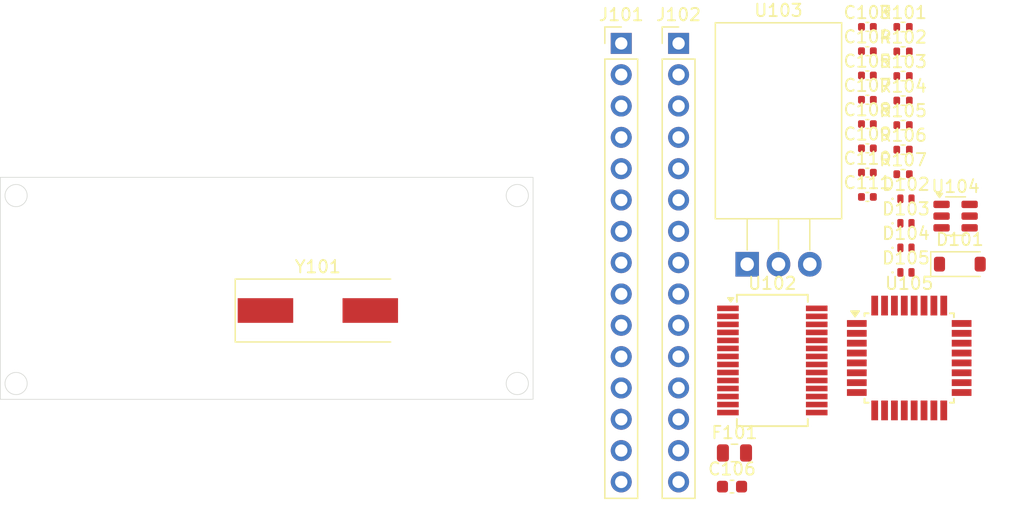
<source format=kicad_pcb>
(kicad_pcb (version 20240108) (generator "pcbnew") (generator_version "8.0")
  (layers (0 "F.Cu" signal) (1 "In1.Cu" signal) (2 "In2.Cu" signal) (31 "B.Cu" signal) (34 "B.Paste" user) (35 "F.Paste" user) (36 "B.SilkS" user "B.Silkscreen") (37 "F.SilkS" user "F.Silkscreen") (38 "B.Mask" user) (39 "F.Mask" user) (44 "Edge.Cuts" user))
  (net 0 "")
  (net 1 "Net-(U105-XTAL2{slash}PB7)")
  (net 2 "GND")
  (net 3 "Net-(U105-XTAL1{slash}PB6)")
  (net 4 "/AREF")
  (net 5 "+5V")
  (net 6 "/RESET")
  (net 7 "Net-(U102-DTR)")
  (net 8 "+3V3")
  (net 9 "VBUS")
  (net 10 "Net-(D102-A)")
  (net 11 "Net-(D103-A)")
  (net 12 "Net-(D104-K)")
  (net 13 "Net-(D104-A)")
  (net 14 "Net-(D105-A)")
  (net 15 "Net-(D105-K)")
  (net 16 "/USB_VBUS")
  (net 17 "/A3")
  (net 18 "/D13_SCK")
  (net 19 "/A6")
  (net 20 "/A1")
  (net 21 "/A7")
  (net 22 "/A0")
  (net 23 "/A2")
  (net 24 "Vin")
  (net 25 "/A4")
  (net 26 "/A5")
  (net 27 "/D8")
  (net 28 "/D1_TX")
  (net 29 "/D6")
  (net 30 "/D11_MOSI")
  (net 31 "/D4")
  (net 32 "/D2")
  (net 33 "/D0_RX")
  (net 34 "/D3")
  (net 35 "/D9")
  (net 36 "/D5")
  (net 37 "/D10")
  (net 38 "/D7")
  (net 39 "/D12_MISO")
  (net 40 "/RX")
  (net 41 "/TX")
  (net 42 "/USB_DN")
  (net 50 "/USB_DP")
  (net 56 "/USB_P_DP")
  (net 57 "/USB_P_DN")
  (net 59 "/SCL")
  (net 60 "/SDA")
  (footprint "Diode_SMD:D_SOD-123" (layer "F.Cu") (at 204.555 86.49)
    (property "Reference" "D101" (at 0 -2 0) (layer "F.SilkS"))
    (property "Value" "Shottkey")
    (fp_line (start -2.36 -1) (end -2.36 1) (stroke (width 0.12)) (layer "F.SilkS"))
    (fp_line (start -2.36 -1) (end 1.65 -1) (stroke (width 0.12)) (layer "F.SilkS"))
    (fp_line (start -2.36 1) (end 1.65 1) (stroke (width 0.12)) (layer "F.SilkS"))
    (pad "1" smd roundrect (at -1.65 0) (size 0.9 1.2) (layers "F.Cu" "F.Paste" "F.Mask") (net 5 "+5V"))
    (pad "2" smd roundrect (at 1.65 0) (size 0.9 1.2) (layers "F.Cu" "F.Paste" "F.Mask") (net 9 "VBUS"))
  )
  (footprint "Capacitor_SMD:C_0402_1005Metric" (layer "F.Cu") (at 197.06 69.22)
    (property "Reference" "C104" (at 0 -1.16 0) (layer "F.SilkS"))
    (property "Value" "17p")
    (fp_line (start -0.107836 -0.36) (end 0.107836 -0.36) (stroke (width 0.12)) (layer "F.SilkS"))
    (fp_line (start -0.107836 0.36) (end 0.107836 0.36) (stroke (width 0.12)) (layer "F.SilkS"))
    (pad "1" smd roundrect (at -0.48 0) (size 0.56 0.62) (layers "F.Cu" "F.Paste" "F.Mask") (net 2 "GND"))
    (pad "2" smd roundrect (at 0.48 0) (size 0.56 0.62) (layers "F.Cu" "F.Paste" "F.Mask") (net 3 "Net-(U105-XTAL1{slash}PB6)"))
  )
  (footprint "Connector_PinHeader_2.54mm:PinHeader_1x15_P2.54mm_Vertical" (layer "F.Cu") (at 177.1 68.59)
    (property "Reference" "J101" (at 0 -2.33 0) (layer "F.SilkS"))
    (property "Value" "Conn_01x15_Pin")
    (fp_line (start -1.33 -1.33) (end 0 -1.33) (stroke (width 0.12)) (layer "F.SilkS"))
    (fp_line (start -1.33 0) (end -1.33 -1.33) (stroke (width 0.12)) (layer "F.SilkS"))
    (fp_line (start -1.33 1.27) (end -1.33 36.89) (stroke (width 0.12)) (layer "F.SilkS"))
    (fp_line (start -1.33 1.27) (end 1.33 1.27) (stroke (width 0.12)) (layer "F.SilkS"))
    (fp_line (start -1.33 36.89) (end 1.33 36.89) (stroke (width 0.12)) (layer "F.SilkS"))
    (fp_line (start 1.33 1.27) (end 1.33 36.89) (stroke (width 0.12)) (layer "F.SilkS"))
    (pad "1" thru_hole rect (at 0 0) (size 1.7 1.7) (drill 1) (layers "*.Cu" "*.Mask") (net 24 "Vin"))
    (pad "2" thru_hole oval (at 0 2.54) (size 1.7 1.7) (drill 1) (layers "*.Cu" "*.Mask") (net 2 "GND"))
    (pad "3" thru_hole oval (at 0 5.08) (size 1.7 1.7) (drill 1) (layers "*.Cu" "*.Mask") (net 6 "/RESET"))
    (pad "4" thru_hole oval (at 0 7.62) (size 1.7 1.7) (drill 1) (layers "*.Cu" "*.Mask") (net 5 "+5V"))
    (pad "5" thru_hole oval (at 0 10.16) (size 1.7 1.7) (drill 1) (layers "*.Cu" "*.Mask") (net 21 "/A7"))
    (pad "6" thru_hole oval (at 0 12.7) (size 1.7 1.7) (drill 1) (layers "*.Cu" "*.Mask") (net 19 "/A6"))
    (pad "7" thru_hole oval (at 0 15.24) (size 1.7 1.7) (drill 1) (layers "*.Cu" "*.Mask") (net 26 "/A5"))
    (pad "8" thru_hole oval (at 0 17.78) (size 1.7 1.7) (drill 1) (layers "*.Cu" "*.Mask") (net 25 "/A4"))
    (pad "9" thru_hole oval (at 0 20.32) (size 1.7 1.7) (drill 1) (layers "*.Cu" "*.Mask") (net 17 "/A3"))
    (pad "10" thru_hole oval (at 0 22.86) (size 1.7 1.7) (drill 1) (layers "*.Cu" "*.Mask") (net 23 "/A2"))
    (pad "11" thru_hole oval (at 0 25.4) (size 1.7 1.7) (drill 1) (layers "*.Cu" "*.Mask") (net 20 "/A1"))
    (pad "12" thru_hole oval (at 0 27.94) (size 1.7 1.7) (drill 1) (layers "*.Cu" "*.Mask") (net 22 "/A0"))
    (pad "13" thru_hole oval (at 0 30.48) (size 1.7 1.7) (drill 1) (layers "*.Cu" "*.Mask") (net 4 "/AREF"))
    (pad "14" thru_hole oval (at 0 33.02) (size 1.7 1.7) (drill 1) (layers "*.Cu" "*.Mask") (net 8 "+3V3"))
    (pad "15" thru_hole oval (at 0 35.56) (size 1.7 1.7) (drill 1) (layers "*.Cu" "*.Mask") (net 18 "/D13_SCK"))
  )
  (footprint "Crystal:Crystal_SMD_HC49-SD" (layer "F.Cu") (at 152.5 90.25)
    (property "Reference" "Y101" (at 0 -3.55 0) (layer "F.SilkS"))
    (property "Value" "Crystal")
    (fp_line (start -6.7 -2.55) (end -6.7 2.55) (stroke (width 0.12)) (layer "F.SilkS"))
    (fp_line (start -6.7 2.55) (end 5.9 2.55) (stroke (width 0.12)) (layer "F.SilkS"))
    (fp_line (start 5.9 -2.55) (end -6.7 -2.55) (stroke (width 0.12)) (layer "F.SilkS"))
    (pad "1" smd rect (at -4.25 0) (size 4.5 2) (layers "F.Cu" "F.Paste" "F.Mask") (net 3 "Net-(U105-XTAL1{slash}PB6)"))
    (pad "2" smd rect (at 4.25 0) (size 4.5 2) (layers "F.Cu" "F.Paste" "F.Mask") (net 1 "Net-(U105-XTAL2{slash}PB7)"))
  )
  (footprint "Resistor_SMD:R_0402_1005Metric" (layer "F.Cu") (at 199.95 79.2)
    (property "Reference" "R107" (at 0 -1.17 0) (layer "F.SilkS"))
    (property "Value" "1k")
    (fp_line (start -0.153641 -0.38) (end 0.153641 -0.38) (stroke (width 0.12)) (layer "F.SilkS"))
    (fp_line (start -0.153641 0.38) (end 0.153641 0.38) (stroke (width 0.12)) (layer "F.SilkS"))
    (pad "1" smd roundrect (at -0.51 0) (size 0.54 0.64) (layers "F.Cu" "F.Paste" "F.Mask") (net 28 "/D1_TX"))
    (pad "2" smd roundrect (at 0.51 0) (size 0.54 0.64) (layers "F.Cu" "F.Paste" "F.Mask") (net 41 "/TX"))
  )
  (footprint "LED_SMD:LED_0402_1005Metric_B2841UY--20" (layer "F.Cu") (at 200.185 81.19)
    (property "Reference" "D102" (at 0 -1.17 0) (layer "F.SilkS"))
    (property "Value" "YELLOW")
    (fp_circle (center -1.09 0) (end -1.04 0) (stroke (width 0.1)) (fill none) (layer "F.SilkS"))
    (pad "1" smd roundrect (at -0.45 0) (size 0.5 0.7) (layers "F.Cu" "F.Paste" "F.Mask") (net 2 "GND"))
    (pad "2" smd roundrect (at 0.45 0) (size 0.5 0.7) (layers "F.Cu" "F.Paste" "F.Mask") (net 10 "Net-(D102-A)"))
  )
  (footprint "Resistor_SMD:R_0402_1005Metric" (layer "F.Cu") (at 199.95 77.21)
    (property "Reference" "R106" (at 0 -1.17 0) (layer "F.SilkS"))
    (property "Value" "1k")
    (fp_line (start -0.153641 -0.38) (end 0.153641 -0.38) (stroke (width 0.12)) (layer "F.SilkS"))
    (fp_line (start -0.153641 0.38) (end 0.153641 0.38) (stroke (width 0.12)) (layer "F.SilkS"))
    (pad "1" smd roundrect (at -0.51 0) (size 0.54 0.64) (layers "F.Cu" "F.Paste" "F.Mask") (net 5 "+5V"))
    (pad "2" smd roundrect (at 0.51 0) (size 0.54 0.64) (layers "F.Cu" "F.Paste" "F.Mask") (net 14 "Net-(D105-A)"))
  )
  (footprint "Capacitor_SMD:C_0402_1005Metric" (layer "F.Cu") (at 197.06 71.19)
    (property "Reference" "C105" (at 0 -1.16 0) (layer "F.SilkS"))
    (property "Value" "100n")
    (fp_line (start -0.107836 -0.36) (end 0.107836 -0.36) (stroke (width 0.12)) (layer "F.SilkS"))
    (fp_line (start -0.107836 0.36) (end 0.107836 0.36) (stroke (width 0.12)) (layer "F.SilkS"))
    (pad "1" smd roundrect (at -0.48 0) (size 0.56 0.62) (layers "F.Cu" "F.Paste" "F.Mask") (net 2 "GND"))
    (pad "2" smd roundrect (at 0.48 0) (size 0.56 0.62) (layers "F.Cu" "F.Paste" "F.Mask") (net 4 "/AREF"))
  )
  (footprint "Fuse:Fuse_0805_2012Metric" (layer "F.Cu") (at 186.28 101.8)
    (property "Reference" "F101" (at 0 -1.65 0) (layer "F.SilkS"))
    (property "Value" "500mA")
    (fp_line (start -0.258578 -0.71) (end 0.258578 -0.71) (stroke (width 0.12)) (layer "F.SilkS"))
    (fp_line (start -0.258578 0.71) (end 0.258578 0.71) (stroke (width 0.12)) (layer "F.SilkS"))
    (pad "1" smd roundrect (at -0.9375 0) (size 0.975 1.4) (layers "F.Cu" "F.Paste" "F.Mask") (net 9 "VBUS"))
    (pad "2" smd roundrect (at 0.9375 0) (size 0.975 1.4) (layers "F.Cu" "F.Paste" "F.Mask") (net 16 "/USB_VBUS"))
  )
  (footprint "Resistor_SMD:R_0402_1005Metric" (layer "F.Cu") (at 199.95 71.24)
    (property "Reference" "R103" (at 0 -1.17 0) (layer "F.SilkS"))
    (property "Value" "1k")
    (fp_line (start -0.153641 -0.38) (end 0.153641 -0.38) (stroke (width 0.12)) (layer "F.SilkS"))
    (fp_line (start -0.153641 0.38) (end 0.153641 0.38) (stroke (width 0.12)) (layer "F.SilkS"))
    (pad "1" smd roundrect (at -0.51 0) (size 0.54 0.64) (layers "F.Cu" "F.Paste" "F.Mask") (net 18 "/D13_SCK"))
    (pad "2" smd roundrect (at 0.51 0) (size 0.54 0.64) (layers "F.Cu" "F.Paste" "F.Mask") (net 10 "Net-(D102-A)"))
  )
  (footprint "Package_TO_SOT_SMD:SOT-23-6" (layer "F.Cu") (at 204.21 82.595)
    (property "Reference" "U104" (at 0 -2.4 0) (layer "F.SilkS"))
    (property "Value" "USBLC6-2SC6")
    (fp_line (start 0 -1.56) (end -0.8 -1.56) (stroke (width 0.12)) (layer "F.SilkS"))
    (fp_line (start 0 -1.56) (end 0.8 -1.56) (stroke (width 0.12)) (layer "F.SilkS"))
    (fp_line (start 0 1.56) (end -0.8 1.56) (stroke (width 0.12)) (layer "F.SilkS"))
    (fp_line (start 0 1.56) (end 0.8 1.56) (stroke (width 0.12)) (layer "F.SilkS"))
    (fp_poly (pts (xy -1.3 -1.51) (xy -1.54 -1.84) (xy -1.06 -1.84) (xy -1.3 -1.51)) (stroke (width 0.12)) (fill solid) (layer "F.SilkS"))
    (pad "1" smd roundrect (at -1.1375 -0.95) (size 1.325 0.6) (layers "F.Cu" "F.Paste" "F.Mask") (net 57 "/USB_P_DN"))
    (pad "2" smd roundrect (at -1.1375 0) (size 1.325 0.6) (layers "F.Cu" "F.Paste" "F.Mask"))
    (pad "3" smd roundrect (at -1.1375 0.95) (size 1.325 0.6) (layers "F.Cu" "F.Paste" "F.Mask") (net 56 "/USB_P_DP"))
    (pad "4" smd roundrect (at 1.1375 0.95) (size 1.325 0.6) (layers "F.Cu" "F.Paste" "F.Mask") (net 50 "/USB_DP"))
    (pad "5" smd roundrect (at 1.1375 0) (size 1.325 0.6) (layers "F.Cu" "F.Paste" "F.Mask"))
    (pad "6" smd roundrect (at 1.1375 -0.95) (size 1.325 0.6) (layers "F.Cu" "F.Paste" "F.Mask") (net 42 "/USB_DN"))
  )
  (footprint "Package_TO_SOT_THT:TO-220-3_Horizontal_TabDown" (layer "F.Cu") (at 187.31 86.5)
    (property "Reference" "U103" (at 2.54 -20.58 0) (layer "F.SilkS"))
    (property "Value" "LM1117T-5.0")
    (fp_line (start -2.58 -19.58) (end -2.58 -3.69) (stroke (width 0.12)) (layer "F.SilkS"))
    (fp_line (start -2.58 -19.58) (end 7.66 -19.58) (stroke (width 0.12)) (layer "F.SilkS"))
    (fp_line (start -2.58 -3.69) (end 7.66 -3.69) (stroke (width 0.12)) (layer "F.SilkS"))
    (fp_line (start 0 -3.69) (end 0 -1.15) (stroke (width 0.12)) (layer "F.SilkS"))
    (fp_line (start 2.54 -3.69) (end 2.54 -1.15) (stroke (width 0.12)) (layer "F.SilkS"))
    (fp_line (start 5.08 -3.69) (end 5.08 -1.15) (stroke (width 0.12)) (layer "F.SilkS"))
    (fp_line (start 7.66 -19.58) (end 7.66 -3.69) (stroke (width 0.12)) (layer "F.SilkS"))
    (pad "" np_thru_hole oval (at 2.54 -16.66) (size 3.5 3.5) (drill 3.5) (layers "*.Cu" "*.Mask"))
    (pad "1" thru_hole rect (at 0 0) (size 1.905 2) (drill 1.1) (layers "*.Cu" "*.Mask") (net 2 "GND"))
    (pad "2" thru_hole oval (at 2.54 0) (size 1.905 2) (drill 1.1) (layers "*.Cu" "*.Mask") (net 5 "+5V"))
    (pad "3" thru_hole oval (at 5.08 0) (size 1.905 2) (drill 1.1) (layers "*.Cu" "*.Mask") (net 24 "Vin"))
  )
  (footprint "Resistor_SMD:R_0402_1005Metric" (layer "F.Cu") (at 199.95 73.23)
    (property "Reference" "R104" (at 0 -1.17 0) (layer "F.SilkS"))
    (property "Value" "1k")
    (fp_line (start -0.153641 -0.38) (end 0.153641 -0.38) (stroke (width 0.12)) (layer "F.SilkS"))
    (fp_line (start -0.153641 0.38) (end 0.153641 0.38) (stroke (width 0.12)) (layer "F.SilkS"))
    (pad "1" smd roundrect (at -0.51 0) (size 0.54 0.64) (layers "F.Cu" "F.Paste" "F.Mask") (net 5 "+5V"))
    (pad "2" smd roundrect (at 0.51 0) (size 0.54 0.64) (layers "F.Cu" "F.Paste" "F.Mask") (net 11 "Net-(D103-A)"))
  )
  (footprint "Package_QFP:TQFP-32_7x7mm_P0.8mm" (layer "F.Cu") (at 200.45 94.1)
    (property "Reference" "U105" (at 0 -6.05 0) (layer "F.SilkS"))
    (property "Value" "ATmega328PB-A")
    (fp_line (start -3.625 -3.625) (end -3.625 -3.4) (stroke (width 0.15)) (layer "F.SilkS"))
    (fp_line (start -3.625 -3.625) (end -3.3 -3.625) (stroke (width 0.15)) (layer "F.SilkS"))
    (fp_line (start -3.625 3.625) (end -3.625 3.3) (stroke (width 0.15)) (layer "F.SilkS"))
    (fp_line (start -3.625 3.625) (end -3.3 3.625) (stroke (width 0.15)) (layer "F.SilkS"))
    (fp_line (start 3.625 -3.625) (end 3.3 -3.625) (stroke (width 0.15)) (layer "F.SilkS"))
    (fp_line (start 3.625 -3.625) (end 3.625 -3.3) (stroke (width 0.15)) (layer "F.SilkS"))
    (fp_line (start 3.625 3.625) (end 3.3 3.625) (stroke (width 0.15)) (layer "F.SilkS"))
    (fp_line (start 3.625 3.625) (end 3.625 3.3) (stroke (width 0.15)) (layer "F.SilkS"))
    (fp_poly (pts (xy -4.39 -3.34) (xy -4.73 -3.81) (xy -4.05 -3.81) (xy -4.39 -3.34)) (stroke (width 0.12)) (fill solid) (layer "F.SilkS"))
    (pad "1" smd rect (at -4.25 -2.8) (size 1.6 0.55) (layers "F.Cu" "F.Paste" "F.Mask") (net 34 "/D3"))
    (pad "2" smd rect (at -4.25 -2) (size 1.6 0.55) (layers "F.Cu" "F.Paste" "F.Mask") (net 31 "/D4"))
    (pad "3" smd rect (at -4.25 -1.2) (size 1.6 0.55) (layers "F.Cu" "F.Paste" "F.Mask") (net 60 "/SDA"))
    (pad "4" smd rect (at -4.25 -0.4) (size 1.6 0.55) (layers "F.Cu" "F.Paste" "F.Mask") (net 5 "+5V"))
    (pad "5" smd rect (at -4.25 0.4) (size 1.6 0.55) (layers "F.Cu" "F.Paste" "F.Mask") (net 2 "GND"))
    (pad "6" smd rect (at -4.25 1.2) (size 1.6 0.55) (layers "F.Cu" "F.Paste" "F.Mask") (net 59 "/SCL"))
    (pad "7" smd rect (at -4.25 2) (size 1.6 0.55) (layers "F.Cu" "F.Paste" "F.Mask") (net 3 "Net-(U105-XTAL1{slash}PB6)"))
    (pad "8" smd rect (at -4.25 2.8) (size 1.6 0.55) (layers "F.Cu" "F.Paste" "F.Mask") (net 1 "Net-(U105-XTAL2{slash}PB7)"))
    (pad "9" smd rect (at -2.8 4.25 90) (size 1.6 0.55) (layers "F.Cu" "F.Paste" "F.Mask") (net 36 "/D5"))
    (pad "10" smd rect (at -2 4.25 90) (size 1.6 0.55) (layers "F.Cu" "F.Paste" "F.Mask") (net 29 "/D6"))
    (pad "11" smd rect (at -1.2 4.25 90) (size 1.6 0.55) (layers "F.Cu" "F.Paste" "F.Mask") (net 38 "/D7"))
    (pad "12" smd rect (at -0.4 4.25 90) (size 1.6 0.55) (layers "F.Cu" "F.Paste" "F.Mask") (net 27 "/D8"))
    (pad "13" smd rect (at 0.4 4.25 90) (size 1.6 0.55) (layers "F.Cu" "F.Paste" "F.Mask") (net 35 "/D9"))
    (pad "14" smd rect (at 1.2 4.25 90) (size 1.6 0.55) (layers "F.Cu" "F.Paste" "F.Mask") (net 37 "/D10"))
    (pad "15" smd rect (at 2 4.25 90) (size 1.6 0.55) (layers "F.Cu" "F.Paste" "F.Mask") (net 30 "/D11_MOSI"))
    (pad "16" smd rect (at 2.8 4.25 90) (size 1.6 0.55) (layers "F.Cu" "F.Paste" "F.Mask") (net 39 "/D12_MISO"))
    (pad "17" smd rect (at 4.25 2.8) (size 1.6 0.55) (layers "F.Cu" "F.Paste" "F.Mask") (net 18 "/D13_SCK"))
    (pad "18" smd rect (at 4.25 2) (size 1.6 0.55) (layers "F.Cu" "F.Paste" "F.Mask") (net 5 "+5V"))
    (pad "19" smd rect (at 4.25 1.2) (size 1.6 0.55) (layers "F.Cu" "F.Paste" "F.Mask") (net 19 "/A6"))
    (pad "20" smd rect (at 4.25 0.4) (size 1.6 0.55) (layers "F.Cu" "F.Paste" "F.Mask") (net 4 "/AREF"))
    (pad "21" smd rect (at 4.25 -0.4) (size 1.6 0.55) (layers "F.Cu" "F.Paste" "F.Mask") (net 2 "GND"))
    (pad "22" smd rect (at 4.25 -1.2) (size 1.6 0.55) (layers "F.Cu" "F.Paste" "F.Mask") (net 21 "/A7"))
    (pad "23" smd rect (at 4.25 -2) (size 1.6 0.55) (layers "F.Cu" "F.Paste" "F.Mask") (net 22 "/A0"))
    (pad "24" smd rect (at 4.25 -2.8) (size 1.6 0.55) (layers "F.Cu" "F.Paste" "F.Mask") (net 20 "/A1"))
    (pad "25" smd rect (at 2.8 -4.25 90) (size 1.6 0.55) (layers "F.Cu" "F.Paste" "F.Mask") (net 23 "/A2"))
    (pad "26" smd rect (at 2 -4.25 90) (size 1.6 0.55) (layers "F.Cu" "F.Paste" "F.Mask") (net 17 "/A3"))
    (pad "27" smd rect (at 1.2 -4.25 90) (size 1.6 0.55) (layers "F.Cu" "F.Paste" "F.Mask") (net 25 "/A4"))
    (pad "28" smd rect (at 0.4 -4.25 90) (size 1.6 0.55) (layers "F.Cu" "F.Paste" "F.Mask") (net 26 "/A5"))
    (pad "29" smd rect (at -0.4 -4.25 90) (size 1.6 0.55) (layers "F.Cu" "F.Paste" "F.Mask") (net 6 "/RESET"))
    (pad "30" smd rect (at -1.2 -4.25 90) (size 1.6 0.55) (layers "F.Cu" "F.Paste" "F.Mask") (net 33 "/D0_RX"))
    (pad "31" smd rect (at -2 -4.25 90) (size 1.6 0.55) (layers "F.Cu" "F.Paste" "F.Mask") (net 28 "/D1_TX"))
    (pad "32" smd rect (at -2.8 -4.25 90) (size 1.6 0.55) (layers "F.Cu" "F.Paste" "F.Mask") (net 32 "/D2"))
  )
  (footprint "Package_SO:SSOP-28_5.3x10.2mm_P0.65mm" (layer "F.Cu") (at 189.35 94.3)
    (property "Reference" "U102" (at 0 -6.25 0) (layer "F.SilkS"))
    (property "Value" "FT232RL")
    (fp_line (start -2.875 -5.325) (end -2.875 -4.75) (stroke (width 0.15)) (layer "F.SilkS"))
    (fp_line (start -2.875 -5.325) (end 2.875 -5.325) (stroke (width 0.15)) (layer "F.SilkS"))
    (fp_line (start -2.875 4.75) (end -2.875 5.325) (stroke (width 0.15)) (layer "F.SilkS"))
    (fp_line (start -2.875 5.325) (end 2.875 5.325) (stroke (width 0.15)) (layer "F.SilkS"))
    (fp_line (start 2.875 -5.325) (end 2.875 -4.75) (stroke (width 0.15)) (layer "F.SilkS"))
    (fp_line (start 2.875 4.75) (end 2.875 5.325) (stroke (width 0.15)) (layer "F.SilkS"))
    (fp_poly (pts (xy -3.375 -4.75) (xy -3.615 -5.08) (xy -3.135 -5.08) (xy -3.375 -4.75)) (stroke (width 0.12)) (fill solid) (layer "F.SilkS"))
    (pad "1" smd rect (at -3.6 -4.225) (size 1.75 0.45) (layers "F.Cu" "F.Paste" "F.Mask") (net 40 "/RX"))
    (pad "2" smd rect (at -3.6 -3.575) (size 1.75 0.45) (layers "F.Cu" "F.Paste" "F.Mask") (net 7 "Net-(U102-DTR)"))
    (pad "3" smd rect (at -3.6 -2.925) (size 1.75 0.45) (layers "F.Cu" "F.Paste" "F.Mask"))
    (pad "4" smd rect (at -3.6 -2.275) (size 1.75 0.45) (layers "F.Cu" "F.Paste" "F.Mask") (net 5 "+5V"))
    (pad "5" smd rect (at -3.6 -1.625) (size 1.75 0.45) (layers "F.Cu" "F.Paste" "F.Mask") (net 41 "/TX"))
    (pad "6" smd rect (at -3.6 -0.975) (size 1.75 0.45) (layers "F.Cu" "F.Paste" "F.Mask"))
    (pad "7" smd rect (at -3.6 -0.325) (size 1.75 0.45) (layers "F.Cu" "F.Paste" "F.Mask") (net 2 "GND"))
    (pad "8" smd rect (at -3.6 0.325) (size 1.75 0.45) (layers "F.Cu" "F.Paste" "F.Mask"))
    (pad "9" smd rect (at -3.6 0.975) (size 1.75 0.45) (layers "F.Cu" "F.Paste" "F.Mask"))
    (pad "10" smd rect (at -3.6 1.625) (size 1.75 0.45) (layers "F.Cu" "F.Paste" "F.Mask"))
    (pad "11" smd rect (at -3.6 2.275) (size 1.75 0.45) (layers "F.Cu" "F.Paste" "F.Mask"))
    (pad "12" smd rect (at -3.6 2.925) (size 1.75 0.45) (layers "F.Cu" "F.Paste" "F.Mask"))
    (pad "13" smd rect (at -3.6 3.575) (size 1.75 0.45) (layers "F.Cu" "F.Paste" "F.Mask"))
    (pad "14" smd rect (at -3.6 4.225) (size 1.75 0.45) (layers "F.Cu" "F.Paste" "F.Mask"))
    (pad "15" smd rect (at 3.6 4.225) (size 1.75 0.45) (layers "F.Cu" "F.Paste" "F.Mask") (net 50 "/USB_DP"))
    (pad "16" smd rect (at 3.6 3.575) (size 1.75 0.45) (layers "F.Cu" "F.Paste" "F.Mask") (net 42 "/USB_DN"))
    (pad "17" smd rect (at 3.6 2.925) (size 1.75 0.45) (layers "F.Cu" "F.Paste" "F.Mask") (net 8 "+3V3"))
    (pad "18" smd rect (at 3.6 2.275) (size 1.75 0.45) (layers "F.Cu" "F.Paste" "F.Mask") (net 2 "GND"))
    (pad "19" smd rect (at 3.6 1.625) (size 1.75 0.45) (layers "F.Cu" "F.Paste" "F.Mask"))
    (pad "20" smd rect (at 3.6 0.975) (size 1.75 0.45) (layers "F.Cu" "F.Paste" "F.Mask") (net 5 "+5V"))
    (pad "21" smd rect (at 3.6 0.325) (size 1.75 0.45) (layers "F.Cu" "F.Paste" "F.Mask") (net 2 "GND"))
    (pad "22" smd rect (at 3.6 -0.325) (size 1.75 0.45) (layers "F.Cu" "F.Paste" "F.Mask") (net 15 "Net-(D105-K)"))
    (pad "23" smd rect (at 3.6 -0.975) (size 1.75 0.45) (layers "F.Cu" "F.Paste" "F.Mask") (net 12 "Net-(D104-K)"))
    (pad "24" smd rect (at 3.6 -1.625) (size 1.75 0.45) (layers "F.Cu" "F.Paste" "F.Mask"))
    (pad "25" smd rect (at 3.6 -2.275) (size 1.75 0.45) (layers "F.Cu" "F.Paste" "F.Mask") (net 2 "GND"))
    (pad "26" smd rect (at 3.6 -2.925) (size 1.75 0.45) (layers "F.Cu" "F.Paste" "F.Mask") (net 2 "GND"))
    (pad "27" smd rect (at 3.6 -3.575) (size 1.75 0.45) (layers "F.Cu" "F.Paste" "F.Mask"))
    (pad "28" smd rect (at 3.6 -4.225) (size 1.75 0.45) (layers "F.Cu" "F.Paste" "F.Mask"))
  )
  (footprint "Capacitor_SMD:C_0402_1005Metric" (layer "F.Cu") (at 197.06 79.07)
    (property "Reference" "C110" (at 0 -1.16 0) (layer "F.SilkS"))
    (property "Value" "100n")
    (fp_line (start -0.107836 -0.36) (end 0.107836 -0.36) (stroke (width 0.12)) (layer "F.SilkS"))
    (fp_line (start -0.107836 0.36) (end 0.107836 0.36) (stroke (width 0.12)) (layer "F.SilkS"))
    (pad "1" smd roundrect (at -0.48 0) (size 0.56 0.62) (layers "F.Cu" "F.Paste" "F.Mask") (net 7 "Net-(U102-DTR)"))
    (pad "2" smd roundrect (at 0.48 0) (size 0.56 0.62) (layers "F.Cu" "F.Paste" "F.Mask") (net 6 "/RESET"))
  )
  (footprint "LED_SMD:LED_0402_1005Metric_B2841UY--20" (layer "F.Cu") (at 200.185 85.17)
    (property "Reference" "D104" (at 0 -1.17 0) (layer "F.SilkS"))
    (property "Value" "RED")
    (fp_circle (center -1.09 0) (end -1.04 0) (stroke (width 0.1)) (fill none) (layer "F.SilkS"))
    (pad "1" smd roundrect (at -0.45 0) (size 0.5 0.7) (layers "F.Cu" "F.Paste" "F.Mask") (net 12 "Net-(D104-K)"))
    (pad "2" smd roundrect (at 0.45 0) (size 0.5 0.7) (layers "F.Cu" "F.Paste" "F.Mask") (net 13 "Net-(D104-A)"))
  )
  (footprint "Capacitor_SMD:C_0402_1005Metric" (layer "F.Cu") (at 197.06 81.04)
    (property "Reference" "C111" (at 0 -1.16 0) (layer "F.SilkS"))
    (property "Value" "100n")
    (fp_line (start -0.107836 -0.36) (end 0.107836 -0.36) (stroke (width 0.12)) (layer "F.SilkS"))
    (fp_line (start -0.107836 0.36) (end 0.107836 0.36) (stroke (width 0.12)) (layer "F.SilkS"))
    (pad "1" smd roundrect (at -0.48 0) (size 0.56 0.62) (layers "F.Cu" "F.Paste" "F.Mask") (net 2 "GND"))
    (pad "2" smd roundrect (at 0.48 0) (size 0.56 0.62) (layers "F.Cu" "F.Paste" "F.Mask") (net 8 "+3V3"))
  )
  (footprint "Capacitor_SMD:C_0402_1005Metric" (layer "F.Cu") (at 197.06 73.16)
    (property "Reference" "C107" (at 0 -1.16 0) (layer "F.SilkS"))
    (property "Value" "100n")
    (fp_line (start -0.107836 -0.36) (end 0.107836 -0.36) (stroke (width 0.12)) (layer "F.SilkS"))
    (fp_line (start -0.107836 0.36) (end 0.107836 0.36) (stroke (width 0.12)) (layer "F.SilkS"))
    (pad "1" smd roundrect (at -0.48 0) (size 0.56 0.62) (layers "F.Cu" "F.Paste" "F.Mask") (net 2 "GND"))
    (pad "2" smd roundrect (at 0.48 0) (size 0.56 0.62) (layers "F.Cu" "F.Paste" "F.Mask") (net 5 "+5V"))
  )
  (footprint "LED_SMD:LED_0402_1005Metric_B2841UY--20" (layer "F.Cu") (at 200.185 87.16)
    (property "Reference" "D105" (at 0 -1.17 0) (layer "F.SilkS"))
    (property "Value" "GREEN")
    (fp_circle (center -1.09 0) (end -1.04 0) (stroke (width 0.1)) (fill none) (layer "F.SilkS"))
    (pad "1" smd roundrect (at -0.45 0) (size 0.5 0.7) (layers "F.Cu" "F.Paste" "F.Mask") (net 15 "Net-(D105-K)"))
    (pad "2" smd roundrect (at 0.45 0) (size 0.5 0.7) (layers "F.Cu" "F.Paste" "F.Mask") (net 14 "Net-(D105-A)"))
  )
  (footprint "Capacitor_SMD:C_0402_1005Metric" (layer "F.Cu") (at 197.06 77.1)
    (property "Reference" "C109" (at 0 -1.16 0) (layer "F.SilkS"))
    (property "Value" "1u")
    (fp_line (start -0.107836 -0.36) (end 0.107836 -0.36) (stroke (width 0.12)) (layer "F.SilkS"))
    (fp_line (start -0.107836 0.36) (end 0.107836 0.36) (stroke (width 0.12)) (layer "F.SilkS"))
    (pad "1" smd roundrect (at -0.48 0) (size 0.56 0.62) (layers "F.Cu" "F.Paste" "F.Mask") (net 2 "GND"))
    (pad "2" smd roundrect (at 0.48 0) (size 0.56 0.62) (layers "F.Cu" "F.Paste" "F.Mask") (net 5 "+5V"))
  )
  (footprint "Capacitor_SMD:C_0402_1005Metric" (layer "F.Cu") (at 197.06 67.25)
    (property "Reference" "C103" (at 0 -1.16 0) (layer "F.SilkS"))
    (property "Value" "27p")
    (fp_line (start -0.107836 -0.36) (end 0.107836 -0.36) (stroke (width 0.12)) (layer "F.SilkS"))
    (fp_line (start -0.107836 0.36) (end 0.107836 0.36) (stroke (width 0.12)) (layer "F.SilkS"))
    (pad "1" smd roundrect (at -0.48 0) (size 0.56 0.62) (layers "F.Cu" "F.Paste" "F.Mask") (net 2 "GND"))
    (pad "2" smd roundrect (at 0.48 0) (size 0.56 0.62) (layers "F.Cu" "F.Paste" "F.Mask") (net 1 "Net-(U105-XTAL2{slash}PB7)"))
  )
  (footprint "Resistor_SMD:R_0402_1005Metric" (layer "F.Cu") (at 199.95 75.22)
    (property "Reference" "R105" (at 0 -1.17 0) (layer "F.SilkS"))
    (property "Value" "1k")
    (fp_line (start -0.153641 -0.38) (end 0.153641 -0.38) (stroke (width 0.12)) (layer "F.SilkS"))
    (fp_line (start -0.153641 0.38) (end 0.153641 0.38) (stroke (width 0.12)) (layer "F.SilkS"))
    (pad "1" smd roundrect (at -0.51 0) (size 0.54 0.64) (layers "F.Cu" "F.Paste" "F.Mask") (net 5 "+5V"))
    (pad "2" smd roundrect (at 0.51 0) (size 0.54 0.64) (layers "F.Cu" "F.Paste" "F.Mask") (net 13 "Net-(D104-A)"))
  )
  (footprint "Capacitor_SMD:C_0603_1608Metric" (layer "F.Cu") (at 186.08 104.53)
    (property "Reference" "C106" (at 0 -1.43 0) (layer "F.SilkS"))
    (property "Value" "4u7 16V")
    (fp_line (start -0.14058 -0.51) (end 0.14058 -0.51) (stroke (width 0.12)) (layer "F.SilkS"))
    (fp_line (start -0.14058 0.51) (end 0.14058 0.51) (stroke (width 0.12)) (layer "F.SilkS"))
    (pad "1" smd roundrect (at -0.775 0) (size 0.9 0.95) (layers "F.Cu" "F.Paste" "F.Mask") (net 5 "+5V"))
    (pad "2" smd roundrect (at 0.775 0) (size 0.9 0.95) (layers "F.Cu" "F.Paste" "F.Mask") (net 2 "GND"))
  )
  (footprint "Capacitor_SMD:C_0402_1005Metric" (layer "F.Cu") (at 197.06 75.13)
    (property "Reference" "C108" (at 0 -1.16 0) (layer "F.SilkS"))
    (property "Value" "1u")
    (fp_line (start -0.107836 -0.36) (end 0.107836 -0.36) (stroke (width 0.12)) (layer "F.SilkS"))
    (fp_line (start -0.107836 0.36) (end 0.107836 0.36) (stroke (width 0.12)) (layer "F.SilkS"))
    (pad "1" smd roundrect (at -0.48 0) (size 0.56 0.62) (layers "F.Cu" "F.Paste" "F.Mask") (net 2 "GND"))
    (pad "2" smd roundrect (at 0.48 0) (size 0.56 0.62) (layers "F.Cu" "F.Paste" "F.Mask") (net 5 "+5V"))
  )
  (footprint "Connector_PinHeader_2.54mm:PinHeader_1x15_P2.54mm_Vertical" (layer "F.Cu") (at 181.75 68.59)
    (property "Reference" "J102" (at 0 -2.33 0) (layer "F.SilkS"))
    (property "Value" "Conn_01x15_Pin")
    (fp_line (start -1.33 -1.33) (end 0 -1.33) (stroke (width 0.12)) (layer "F.SilkS"))
    (fp_line (start -1.33 0) (end -1.33 -1.33) (stroke (width 0.12)) (layer "F.SilkS"))
    (fp_line (start -1.33 1.27) (end -1.33 36.89) (stroke (width 0.12)) (layer "F.SilkS"))
    (fp_line (start -1.33 1.27) (end 1.33 1.27) (stroke (width 0.12)) (layer "F.SilkS"))
    (fp_line (start -1.33 36.89) (end 1.33 36.89) (stroke (width 0.12)) (layer "F.SilkS"))
    (fp_line (start 1.33 1.27) (end 1.33 36.89) (stroke (width 0.12)) (layer "F.SilkS"))
    (pad "1" thru_hole rect (at 0 0) (size 1.7 1.7) (drill 1) (layers "*.Cu" "*.Mask") (net 28 "/D1_TX"))
    (pad "2" thru_hole oval (at 0 2.54) (size 1.7 1.7) (drill 1) (layers "*.Cu" "*.Mask") (net 33 "/D0_RX"))
    (pad "3" thru_hole oval (at 0 5.08) (size 1.7 1.7) (drill 1) (layers "*.Cu" "*.Mask") (net 6 "/RESET"))
    (pad "4" thru_hole oval (at 0 7.62) (size 1.7 1.7) (drill 1) (layers "*.Cu" "*.Mask") (net 2 "GND"))
    (pad "5" thru_hole oval (at 0 10.16) (size 1.7 1.7) (drill 1) (layers "*.Cu" "*.Mask") (net 32 "/D2"))
    (pad "6" thru_hole oval (at 0 12.7) (size 1.7 1.7) (drill 1) (layers "*.Cu" "*.Mask") (net 34 "/D3"))
    (pad "7" thru_hole oval (at 0 15.24) (size 1.7 1.7) (drill 1) (layers "*.Cu" "*.Mask") (net 31 "/D4"))
    (pad "8" thru_hole oval (at 0 17.78) (size 1.7 1.7) (drill 1) (layers "*.Cu" "*.Mask") (net 36 "/D5"))
    (pad "9" thru_hole oval (at 0 20.32) (size 1.7 1.7) (drill 1) (layers "*.Cu" "*.Mask") (net 29 "/D6"))
    (pad "10" thru_hole oval (at 0 22.86) (size 1.7 1.7) (drill 1) (layers "*.Cu" "*.Mask") (net 38 "/D7"))
    (pad "11" thru_hole oval (at 0 25.4) (size 1.7 1.7) (drill 1) (layers "*.Cu" "*.Mask") (net 27 "/D8"))
    (pad "12" thru_hole oval (at 0 27.94) (size 1.7 1.7) (drill 1) (layers "*.Cu" "*.Mask") (net 35 "/D9"))
    (pad "13" thru_hole oval (at 0 30.48) (size 1.7 1.7) (drill 1) (layers "*.Cu" "*.Mask") (net 37 "/D10"))
    (pad "14" thru_hole oval (at 0 33.02) (size 1.7 1.7) (drill 1) (layers "*.Cu" "*.Mask") (net 30 "/D11_MOSI"))
    (pad "15" thru_hole oval (at 0 35.56) (size 1.7 1.7) (drill 1) (layers "*.Cu" "*.Mask") (net 39 "/D12_MISO"))
  )
  (footprint "LED_SMD:LED_0402_1005Metric_B2841UY--20" (layer "F.Cu") (at 200.185 83.18)
    (property "Reference" "D103" (at 0 -1.17 0) (layer "F.SilkS"))
    (property "Value" "GREEN")
    (fp_circle (center -1.09 0) (end -1.04 0) (stroke (width 0.1)) (fill none) (layer "F.SilkS"))
    (pad "1" smd roundrect (at -0.45 0) (size 0.5 0.7) (layers "F.Cu" "F.Paste" "F.Mask") (net 2 "GND"))
    (pad "2" smd roundrect (at 0.45 0) (size 0.5 0.7) (layers "F.Cu" "F.Paste" "F.Mask") (net 11 "Net-(D103-A)"))
  )
  (footprint "Resistor_SMD:R_0402_1005Metric" (layer "F.Cu") (at 199.95 69.25)
    (property "Reference" "R102" (at 0 -1.17 0) (layer "F.SilkS"))
    (property "Value" "10k")
    (fp_line (start -0.153641 -0.38) (end 0.153641 -0.38) (stroke (width 0.12)) (layer "F.SilkS"))
    (fp_line (start -0.153641 0.38) (end 0.153641 0.38) (stroke (width 0.12)) (layer "F.SilkS"))
    (pad "1" smd roundrect (at -0.51 0) (size 0.54 0.64) (layers "F.Cu" "F.Paste" "F.Mask") (net 5 "+5V"))
    (pad "2" smd roundrect (at 0.51 0) (size 0.54 0.64) (layers "F.Cu" "F.Paste" "F.Mask") (net 6 "/RESET"))
  )
  (footprint "Resistor_SMD:R_0402_1005Metric" (layer "F.Cu") (at 199.95 67.26)
    (property "Reference" "R101" (at 0 -1.17 0) (layer "F.SilkS"))
    (property "Value" "1k")
    (fp_line (start -0.153641 -0.38) (end 0.153641 -0.38) (stroke (width 0.12)) (layer "F.SilkS"))
    (fp_line (start -0.153641 0.38) (end 0.153641 0.38) (stroke (width 0.12)) (layer "F.SilkS"))
    (pad "1" smd roundrect (at -0.51 0) (size 0.54 0.64) (layers "F.Cu" "F.Paste" "F.Mask") (net 33 "/D0_RX"))
    (pad "2" smd roundrect (at 0.51 0) (size 0.54 0.64) (layers "F.Cu" "F.Paste" "F.Mask") (net 40 "/RX"))
  )
  (gr_circle (center 168.67 80.93) (end 169.57 80.93) (stroke (width 0.05)) (fill none) (layer "Edge.Cuts"))
  (gr_rect (start 126.75 79.45) (end 169.95 97.45) (stroke (width 0.05)) (fill none) (layer "Edge.Cuts"))
  (gr_circle (center 128.03 96.17) (end 128.93 96.17) (stroke (width 0.05)) (fill none) (layer "Edge.Cuts"))
  (gr_circle (center 168.67 96.17) (end 169.57 96.17) (stroke (width 0.05)) (fill none) (layer "Edge.Cuts"))
  (gr_circle (center 128.03 80.93) (end 128.93 80.93) (stroke (width 0.05)) (fill none) (layer "Edge.Cuts"))
)
</source>
